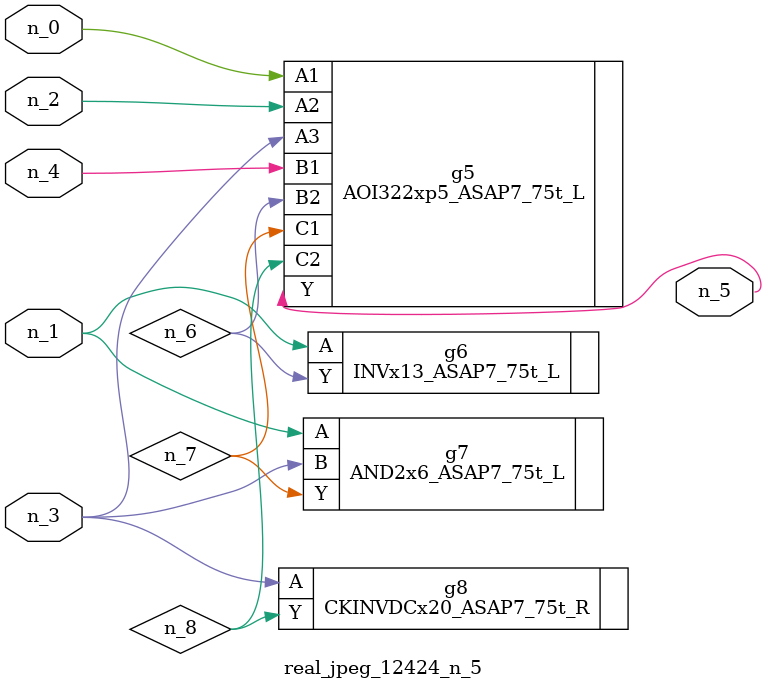
<source format=v>
module real_jpeg_12424_n_5 (n_4, n_0, n_1, n_2, n_3, n_5);

input n_4;
input n_0;
input n_1;
input n_2;
input n_3;

output n_5;

wire n_8;
wire n_6;
wire n_7;

AOI322xp5_ASAP7_75t_L g5 ( 
.A1(n_0),
.A2(n_2),
.A3(n_3),
.B1(n_4),
.B2(n_6),
.C1(n_7),
.C2(n_8),
.Y(n_5)
);

INVx13_ASAP7_75t_L g6 ( 
.A(n_1),
.Y(n_6)
);

AND2x6_ASAP7_75t_L g7 ( 
.A(n_1),
.B(n_3),
.Y(n_7)
);

CKINVDCx20_ASAP7_75t_R g8 ( 
.A(n_3),
.Y(n_8)
);


endmodule
</source>
